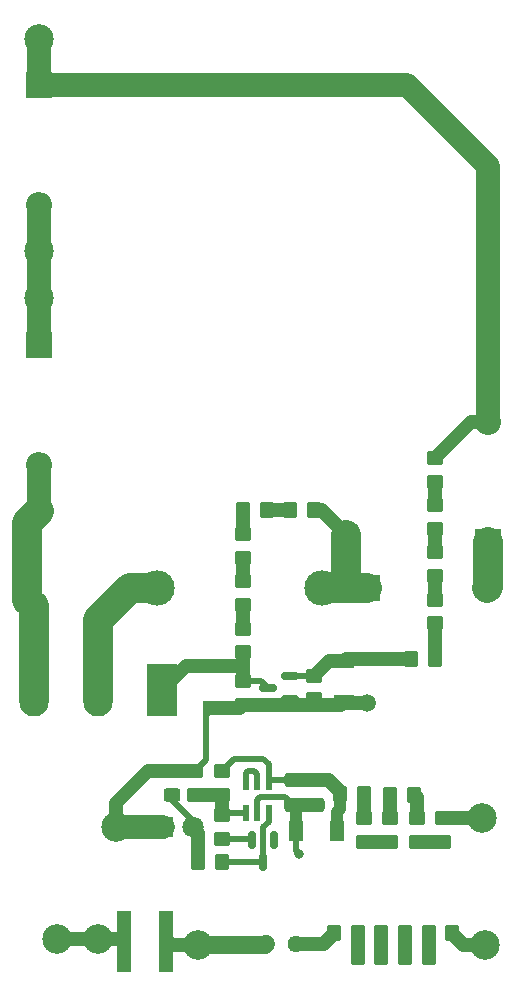
<source format=gbr>
%TF.GenerationSoftware,KiCad,Pcbnew,(6.0.2)*%
%TF.CreationDate,2022-08-02T15:31:11+02:00*%
%TF.ProjectId,hv_discharge_v2c,68765f64-6973-4636-9861-7267655f7632,rev?*%
%TF.SameCoordinates,Original*%
%TF.FileFunction,Copper,L2,Bot*%
%TF.FilePolarity,Positive*%
%FSLAX46Y46*%
G04 Gerber Fmt 4.6, Leading zero omitted, Abs format (unit mm)*
G04 Created by KiCad (PCBNEW (6.0.2)) date 2022-08-02 15:31:11*
%MOMM*%
%LPD*%
G01*
G04 APERTURE LIST*
G04 Aperture macros list*
%AMRoundRect*
0 Rectangle with rounded corners*
0 $1 Rounding radius*
0 $2 $3 $4 $5 $6 $7 $8 $9 X,Y pos of 4 corners*
0 Add a 4 corners polygon primitive as box body*
4,1,4,$2,$3,$4,$5,$6,$7,$8,$9,$2,$3,0*
0 Add four circle primitives for the rounded corners*
1,1,$1+$1,$2,$3*
1,1,$1+$1,$4,$5*
1,1,$1+$1,$6,$7*
1,1,$1+$1,$8,$9*
0 Add four rect primitives between the rounded corners*
20,1,$1+$1,$2,$3,$4,$5,0*
20,1,$1+$1,$4,$5,$6,$7,0*
20,1,$1+$1,$6,$7,$8,$9,0*
20,1,$1+$1,$8,$9,$2,$3,0*%
G04 Aperture macros list end*
%TA.AperFunction,ComponentPad*%
%ADD10C,2.500000*%
%TD*%
%TA.AperFunction,ComponentPad*%
%ADD11R,2.200000X2.200000*%
%TD*%
%TA.AperFunction,ComponentPad*%
%ADD12O,2.200000X2.200000*%
%TD*%
%TA.AperFunction,ComponentPad*%
%ADD13R,1.800000X1.800000*%
%TD*%
%TA.AperFunction,ComponentPad*%
%ADD14C,1.800000*%
%TD*%
%TA.AperFunction,ComponentPad*%
%ADD15R,2.500000X4.500000*%
%TD*%
%TA.AperFunction,ComponentPad*%
%ADD16O,2.500000X4.500000*%
%TD*%
%TA.AperFunction,ComponentPad*%
%ADD17O,3.000000X3.000000*%
%TD*%
%TA.AperFunction,ComponentPad*%
%ADD18C,1.440000*%
%TD*%
%TA.AperFunction,SMDPad,CuDef*%
%ADD19RoundRect,0.250000X-0.450000X0.350000X-0.450000X-0.350000X0.450000X-0.350000X0.450000X0.350000X0*%
%TD*%
%TA.AperFunction,SMDPad,CuDef*%
%ADD20RoundRect,0.250000X0.450000X-0.350000X0.450000X0.350000X-0.450000X0.350000X-0.450000X-0.350000X0*%
%TD*%
%TA.AperFunction,SMDPad,CuDef*%
%ADD21R,1.300000X1.700000*%
%TD*%
%TA.AperFunction,SMDPad,CuDef*%
%ADD22RoundRect,0.250000X0.350000X0.450000X-0.350000X0.450000X-0.350000X-0.450000X0.350000X-0.450000X0*%
%TD*%
%TA.AperFunction,SMDPad,CuDef*%
%ADD23R,1.700000X1.300000*%
%TD*%
%TA.AperFunction,SMDPad,CuDef*%
%ADD24RoundRect,0.250000X-0.475000X0.337500X-0.475000X-0.337500X0.475000X-0.337500X0.475000X0.337500X0*%
%TD*%
%TA.AperFunction,SMDPad,CuDef*%
%ADD25RoundRect,0.150000X0.587500X0.150000X-0.587500X0.150000X-0.587500X-0.150000X0.587500X-0.150000X0*%
%TD*%
%TA.AperFunction,SMDPad,CuDef*%
%ADD26R,0.558800X1.320800*%
%TD*%
%TA.AperFunction,SMDPad,CuDef*%
%ADD27RoundRect,0.250000X-0.350000X-0.450000X0.350000X-0.450000X0.350000X0.450000X-0.350000X0.450000X0*%
%TD*%
%TA.AperFunction,SMDPad,CuDef*%
%ADD28RoundRect,0.250000X-0.450000X0.325000X-0.450000X-0.325000X0.450000X-0.325000X0.450000X0.325000X0*%
%TD*%
%TA.AperFunction,SMDPad,CuDef*%
%ADD29RoundRect,0.150000X-0.150000X0.587500X-0.150000X-0.587500X0.150000X-0.587500X0.150000X0.587500X0*%
%TD*%
%TA.AperFunction,ViaPad*%
%ADD30C,1.500000*%
%TD*%
%TA.AperFunction,ViaPad*%
%ADD31C,0.800000*%
%TD*%
%TA.AperFunction,Conductor*%
%ADD32C,2.500000*%
%TD*%
%TA.AperFunction,Conductor*%
%ADD33C,0.500000*%
%TD*%
%TA.AperFunction,Conductor*%
%ADD34C,1.000000*%
%TD*%
%TA.AperFunction,Conductor*%
%ADD35C,1.200000*%
%TD*%
%TA.AperFunction,Conductor*%
%ADD36C,2.000000*%
%TD*%
%TA.AperFunction,Conductor*%
%ADD37C,1.500000*%
%TD*%
G04 APERTURE END LIST*
D10*
%TO.P,J3,1,Pin_1*%
%TO.N,/Sup+*%
X105000000Y-105000000D03*
%TD*%
%TO.P,J6,1,Pin_1*%
%TO.N,/Sup-*%
X104000000Y-152500000D03*
%TD*%
D11*
%TO.P,D4,1,K*%
%TO.N,Net-(D4-Pad1)*%
X143000000Y-147580000D03*
D12*
%TO.P,D4,2,A*%
%TO.N,/Sup+*%
X143000000Y-137420000D03*
%TD*%
D10*
%TO.P,J1,1,Pin_1*%
%TO.N,/Sup_mid*%
X105000000Y-123000000D03*
%TD*%
D11*
%TO.P,D2,1,K*%
%TO.N,/Sup_mid*%
X105000000Y-130920000D03*
D12*
%TO.P,D2,2,A*%
%TO.N,/Sup-*%
X105000000Y-141080000D03*
%TD*%
D13*
%TO.P,D12,1,K*%
%TO.N,/Sup-*%
X115475000Y-171750000D03*
D14*
%TO.P,D12,2,A*%
%TO.N,Net-(D11-Pad2)*%
X118015000Y-171750000D03*
%TD*%
D10*
%TO.P,J12,1,Pin_1*%
%TO.N,/OUT+*%
X142735000Y-181700000D03*
%TD*%
D15*
%TO.P,Q2,1,G*%
%TO.N,/Gate_SiC*%
X115450000Y-160180000D03*
D16*
%TO.P,Q2,2,D*%
%TO.N,/SiC_drain*%
X110000000Y-160180000D03*
%TO.P,Q2,3,S*%
%TO.N,/Sup-*%
X104550000Y-160180000D03*
%TD*%
D17*
%TO.P,R14,2*%
%TO.N,/SiC_drain*%
X115000000Y-151500000D03*
%TD*%
D10*
%TO.P,J2,1,Pin_1*%
%TO.N,/Sup_mid*%
X105000000Y-127000000D03*
%TD*%
%TO.P,J5,1,Pin_1*%
%TO.N,/OUT+*%
X131000000Y-147000000D03*
%TD*%
%TO.P,J11,1,Pin_1*%
%TO.N,/Sup-*%
X106500000Y-181200000D03*
%TD*%
D11*
%TO.P,D6,1,K*%
%TO.N,/OUT+*%
X132750000Y-151500000D03*
D12*
%TO.P,D6,2,A*%
%TO.N,Net-(D4-Pad1)*%
X142910000Y-151500000D03*
%TD*%
D10*
%TO.P,J7,1,Pin_1*%
%TO.N,/Sup-*%
X110000000Y-181200000D03*
%TD*%
D11*
%TO.P,D1,1,K*%
%TO.N,/Sup+*%
X105000000Y-108920000D03*
D12*
%TO.P,D1,2,A*%
%TO.N,/Sup_mid*%
X105000000Y-119080000D03*
%TD*%
D10*
%TO.P,J4,1,Pin_1*%
%TO.N,/Sup-*%
X105000000Y-145000000D03*
%TD*%
%TO.P,J8,1,Pin_1*%
%TO.N,/M*%
X118500000Y-181700000D03*
%TD*%
D18*
%TO.P,RV1,1,1*%
%TO.N,Net-(R19-Pad2)*%
X126775000Y-181625000D03*
%TO.P,RV1,2,2*%
%TO.N,/M*%
X124235000Y-181625000D03*
%TO.P,RV1,3,3*%
X121695000Y-181625000D03*
%TD*%
D10*
%TO.P,J9,1,Pin_1*%
%TO.N,/OUT+*%
X142500000Y-171000000D03*
%TD*%
%TO.P,J10,1,Pin_1*%
%TO.N,/Sup-*%
X111500000Y-171750000D03*
%TD*%
D19*
%TO.P,R27,1*%
%TO.N,/Sup-*%
X118250000Y-167000000D03*
%TO.P,R27,2*%
%TO.N,/IN+*%
X118250000Y-169000000D03*
%TD*%
D20*
%TO.P,R24,1*%
%TO.N,Net-(R23-Pad2)*%
X132500000Y-173000000D03*
%TO.P,R24,2*%
%TO.N,Net-(R24-Pad2)*%
X132500000Y-171000000D03*
%TD*%
D21*
%TO.P,D8,1,K*%
%TO.N,/M*%
X115750000Y-183200000D03*
%TO.P,D8,2,A*%
%TO.N,/Sup-*%
X112250000Y-183200000D03*
%TD*%
D20*
%TO.P,R26,1*%
%TO.N,/IN+*%
X120500000Y-169000000D03*
%TO.P,R26,2*%
%TO.N,/Vdd*%
X120500000Y-167000000D03*
%TD*%
D22*
%TO.P,R17,1*%
%TO.N,Net-(R16-Pad2)*%
X136000000Y-180750000D03*
%TO.P,R17,2*%
%TO.N,Net-(R17-Pad2)*%
X134000000Y-180750000D03*
%TD*%
D23*
%TO.P,D3,1,K*%
%TO.N,/Gate_pre*%
X130806250Y-157700000D03*
%TO.P,D3,2,A*%
%TO.N,/Sup-*%
X130806250Y-161200000D03*
%TD*%
D19*
%TO.P,R23,1*%
%TO.N,Net-(R22-Pad2)*%
X134750000Y-171000000D03*
%TO.P,R23,2*%
%TO.N,Net-(R23-Pad2)*%
X134750000Y-173000000D03*
%TD*%
D20*
%TO.P,R4,1*%
%TO.N,Net-(R4-Pad1)*%
X138500000Y-150500000D03*
%TO.P,R4,2*%
%TO.N,Net-(R3-Pad1)*%
X138500000Y-148500000D03*
%TD*%
D24*
%TO.P,C2,1*%
%TO.N,/Vdd*%
X128500000Y-167800000D03*
%TO.P,C2,2*%
%TO.N,/Sup-*%
X128500000Y-169875000D03*
%TD*%
D23*
%TO.P,D5,1,K*%
%TO.N,/Gate_SiC*%
X119743750Y-158150000D03*
%TO.P,D5,2,A*%
%TO.N,/Sup-*%
X119743750Y-161650000D03*
%TD*%
D20*
%TO.P,R5,1*%
%TO.N,Net-(R5-Pad1)*%
X138500000Y-154500000D03*
%TO.P,R5,2*%
%TO.N,Net-(R4-Pad1)*%
X138500000Y-152500000D03*
%TD*%
D25*
%TO.P,Q1,1,G*%
%TO.N,/Gate_pre*%
X126243750Y-159000000D03*
%TO.P,Q1,2,S*%
%TO.N,/Sup-*%
X126243750Y-160900000D03*
%TO.P,Q1,3,D*%
%TO.N,/Gate_SiC*%
X124368750Y-159950000D03*
%TD*%
D21*
%TO.P,D7,1,K*%
%TO.N,/Sup-*%
X112250000Y-179700000D03*
%TO.P,D7,2,A*%
%TO.N,/M*%
X115750000Y-179700000D03*
%TD*%
D20*
%TO.P,R1,1*%
%TO.N,/Sup-*%
X128306250Y-160950000D03*
%TO.P,R1,2*%
%TO.N,/Gate_pre*%
X128306250Y-158950000D03*
%TD*%
D22*
%TO.P,R22,1*%
%TO.N,Net-(R21-Pad2)*%
X136750000Y-169000000D03*
%TO.P,R22,2*%
%TO.N,Net-(R22-Pad2)*%
X134750000Y-169000000D03*
%TD*%
D26*
%TO.P,U1,1,OUT*%
%TO.N,/OUT*%
X124450001Y-170545400D03*
%TO.P,U1,2,VSS*%
%TO.N,/Sup-*%
X123500000Y-170545400D03*
%TO.P,U1,3,IN+*%
%TO.N,/IN+*%
X122549999Y-170545400D03*
%TO.P,U1,4,IN-*%
%TO.N,/Vref*%
X122549999Y-167954600D03*
%TO.P,U1,5,VREF*%
X123500000Y-167954600D03*
%TO.P,U1,6,VDD*%
%TO.N,/Vdd*%
X124450001Y-167954600D03*
%TD*%
D17*
%TO.P,R13,2*%
%TO.N,/OUT+*%
X129000000Y-151500000D03*
%TD*%
D27*
%TO.P,R6,1*%
%TO.N,/Gate_pre*%
X136500000Y-157500000D03*
%TO.P,R6,2*%
%TO.N,Net-(R5-Pad1)*%
X138500000Y-157500000D03*
%TD*%
D22*
%TO.P,R15,1*%
%TO.N,/OUT+*%
X140000000Y-180750000D03*
%TO.P,R15,2*%
%TO.N,Net-(R15-Pad2)*%
X138000000Y-180750000D03*
%TD*%
D20*
%TO.P,R10,1*%
%TO.N,Net-(R10-Pad1)*%
X122306250Y-152950000D03*
%TO.P,R10,2*%
%TO.N,Net-(R10-Pad2)*%
X122306250Y-150950000D03*
%TD*%
D24*
%TO.P,C1,1*%
%TO.N,/Vdd*%
X126500000Y-167800000D03*
%TO.P,C1,2*%
%TO.N,/Sup-*%
X126500000Y-169875000D03*
%TD*%
D20*
%TO.P,R12,1*%
%TO.N,/Sup-*%
X122243750Y-161400000D03*
%TO.P,R12,2*%
%TO.N,/Gate_SiC*%
X122243750Y-159400000D03*
%TD*%
D22*
%TO.P,R29,1*%
%TO.N,/OUT*%
X120500000Y-174750000D03*
%TO.P,R29,2*%
%TO.N,Net-(D11-Pad2)*%
X118500000Y-174750000D03*
%TD*%
D19*
%TO.P,R20,1*%
%TO.N,/OUT+*%
X139250000Y-171000000D03*
%TO.P,R20,2*%
%TO.N,Net-(R20-Pad2)*%
X139250000Y-173000000D03*
%TD*%
D22*
%TO.P,R16,1*%
%TO.N,Net-(R15-Pad2)*%
X138000000Y-182750000D03*
%TO.P,R16,2*%
%TO.N,Net-(R16-Pad2)*%
X136000000Y-182750000D03*
%TD*%
D27*
%TO.P,R8,1*%
%TO.N,Net-(R8-Pad1)*%
X122306250Y-144950000D03*
%TO.P,R8,2*%
%TO.N,Net-(R7-Pad1)*%
X124306250Y-144950000D03*
%TD*%
D22*
%TO.P,R19,1*%
%TO.N,Net-(R18-Pad2)*%
X132000000Y-180750000D03*
%TO.P,R19,2*%
%TO.N,Net-(R19-Pad2)*%
X130000000Y-180750000D03*
%TD*%
D21*
%TO.P,D9,1,K*%
%TO.N,/Vdd*%
X130250000Y-172125000D03*
%TO.P,D9,2,A*%
%TO.N,/Sup-*%
X126750000Y-172125000D03*
%TD*%
D28*
%TO.P,D11,1,K*%
%TO.N,/Sup-*%
X116250000Y-166975000D03*
%TO.P,D11,2,A*%
%TO.N,Net-(D11-Pad2)*%
X116250000Y-169025000D03*
%TD*%
D22*
%TO.P,R18,1*%
%TO.N,Net-(R17-Pad2)*%
X134000000Y-182750000D03*
%TO.P,R18,2*%
%TO.N,Net-(R18-Pad2)*%
X132000000Y-182750000D03*
%TD*%
D27*
%TO.P,R7,1*%
%TO.N,Net-(R7-Pad1)*%
X126306250Y-144950000D03*
%TO.P,R7,2*%
%TO.N,/OUT+*%
X128306250Y-144950000D03*
%TD*%
D20*
%TO.P,R21,1*%
%TO.N,Net-(R20-Pad2)*%
X137000000Y-173000000D03*
%TO.P,R21,2*%
%TO.N,Net-(R21-Pad2)*%
X137000000Y-171000000D03*
%TD*%
D22*
%TO.P,R25,1*%
%TO.N,Net-(R24-Pad2)*%
X132500000Y-168950000D03*
%TO.P,R25,2*%
%TO.N,/Vdd*%
X130500000Y-168950000D03*
%TD*%
D20*
%TO.P,R28,1*%
%TO.N,Net-(R28-Pad1)*%
X120500000Y-172750000D03*
%TO.P,R28,2*%
%TO.N,/IN+*%
X120500000Y-170750000D03*
%TD*%
%TO.P,R2,1*%
%TO.N,Net-(R2-Pad1)*%
X138500000Y-142500000D03*
%TO.P,R2,2*%
%TO.N,/Sup+*%
X138500000Y-140500000D03*
%TD*%
%TO.P,R11,1*%
%TO.N,/Gate_SiC*%
X122306250Y-156950000D03*
%TO.P,R11,2*%
%TO.N,Net-(R10-Pad1)*%
X122306250Y-154950000D03*
%TD*%
%TO.P,R9,1*%
%TO.N,Net-(R10-Pad2)*%
X122306250Y-148950000D03*
%TO.P,R9,2*%
%TO.N,Net-(R8-Pad1)*%
X122306250Y-146950000D03*
%TD*%
%TO.P,R3,1*%
%TO.N,Net-(R3-Pad1)*%
X138500000Y-146500000D03*
%TO.P,R3,2*%
%TO.N,Net-(R2-Pad1)*%
X138500000Y-144500000D03*
%TD*%
D29*
%TO.P,D10,1,A*%
%TO.N,Net-(R28-Pad1)*%
X123050000Y-172812500D03*
%TO.P,D10,2,NC*%
%TO.N,unconnected-(D10-Pad2)*%
X124950000Y-172812500D03*
%TO.P,D10,3,K*%
%TO.N,/OUT*%
X124000000Y-174687500D03*
%TD*%
D30*
%TO.N,/Sup-*%
X132750000Y-161250000D03*
D31*
X127000000Y-174000000D03*
%TD*%
D32*
%TO.N,Net-(D4-Pad1)*%
X143000000Y-147580000D02*
X143000000Y-151410000D01*
X143000000Y-151410000D02*
X142910000Y-151500000D01*
D33*
%TO.N,/Vdd*%
X124450001Y-166450001D02*
X124000000Y-166000000D01*
D34*
X130250000Y-170500000D02*
X130500000Y-170250000D01*
D33*
X124604601Y-167800000D02*
X124450001Y-167954600D01*
X124000000Y-166000000D02*
X121500000Y-166000000D01*
D34*
X130250000Y-172125000D02*
X130250000Y-170500000D01*
D33*
X121500000Y-166000000D02*
X120500000Y-167000000D01*
X124450001Y-167954600D02*
X124450001Y-166450001D01*
D35*
X129550000Y-167800000D02*
X126500000Y-167800000D01*
D34*
X130500000Y-168950000D02*
X130500000Y-170250000D01*
D35*
X130500000Y-168950000D02*
X130500000Y-168750000D01*
X130500000Y-168750000D02*
X129550000Y-167800000D01*
D33*
X126500000Y-167800000D02*
X124604601Y-167800000D01*
%TO.N,Net-(D11-Pad2)*%
X118015000Y-171265000D02*
X118015000Y-171750000D01*
D35*
X118500000Y-172235000D02*
X118015000Y-171750000D01*
D33*
X116250000Y-169500000D02*
X118015000Y-171265000D01*
X116250000Y-169025000D02*
X116250000Y-169500000D01*
D35*
X118500000Y-174750000D02*
X118500000Y-172235000D01*
%TO.N,/IN+*%
X118250000Y-169000000D02*
X120500000Y-169000000D01*
D33*
X122549999Y-170545400D02*
X120704600Y-170545400D01*
X120704600Y-170545400D02*
X120500000Y-170750000D01*
D35*
X120500000Y-169000000D02*
X120500000Y-170750000D01*
D33*
%TO.N,/Vref*%
X122549999Y-167954600D02*
X122549999Y-167200001D01*
X123250000Y-167000000D02*
X123500000Y-167250000D01*
X122549999Y-167200001D02*
X122750000Y-167000000D01*
X123500000Y-167250000D02*
X123500000Y-167954600D01*
X122750000Y-167000000D02*
X123250000Y-167000000D01*
D36*
%TO.N,/Sup+*%
X136170000Y-108920000D02*
X143000000Y-115750000D01*
X105000000Y-105000000D02*
X105000000Y-108920000D01*
D35*
X141580000Y-137420000D02*
X143000000Y-137420000D01*
X138500000Y-140500000D02*
X141580000Y-137420000D01*
D36*
X105000000Y-108920000D02*
X136170000Y-108920000D01*
X143000000Y-115750000D02*
X143000000Y-137420000D01*
%TO.N,/Sup_mid*%
X105000000Y-119080000D02*
X105000000Y-130920000D01*
D35*
%TO.N,/Sup-*%
X130856250Y-161250000D02*
X130806250Y-161200000D01*
X118250000Y-167000000D02*
X116275000Y-167000000D01*
X132750000Y-161250000D02*
X130856250Y-161250000D01*
X114275000Y-166975000D02*
X116250000Y-166975000D01*
X110000000Y-181200000D02*
X111950000Y-181200000D01*
D33*
X119743750Y-161656250D02*
X119150479Y-162249521D01*
D35*
X111500000Y-171750000D02*
X111500000Y-169750000D01*
D32*
X104000000Y-152500000D02*
X104000000Y-146000000D01*
D34*
X126750000Y-172125000D02*
X126750000Y-170125000D01*
D35*
X130606250Y-161400000D02*
X130806250Y-161200000D01*
X119743750Y-161650000D02*
X121993750Y-161650000D01*
D36*
X115475000Y-171750000D02*
X111500000Y-171750000D01*
D33*
X126750000Y-173750000D02*
X127000000Y-174000000D01*
D32*
X104000000Y-146000000D02*
X105000000Y-145000000D01*
D33*
X125875000Y-169250000D02*
X126500000Y-169875000D01*
X123750000Y-169250000D02*
X125875000Y-169250000D01*
D32*
X104550000Y-153050000D02*
X104000000Y-152500000D01*
D33*
X119150479Y-166099521D02*
X118250000Y-167000000D01*
D34*
X126750000Y-170125000D02*
X126500000Y-169875000D01*
D35*
X122243750Y-161400000D02*
X130606250Y-161400000D01*
X112250000Y-179700000D02*
X112250000Y-181500000D01*
D33*
X119150479Y-162249521D02*
X119150479Y-166099521D01*
X119743750Y-161650000D02*
X119743750Y-161656250D01*
D32*
X104550000Y-160180000D02*
X104550000Y-153050000D01*
D35*
X111950000Y-181200000D02*
X112250000Y-181500000D01*
D36*
X105000000Y-141080000D02*
X105000000Y-145000000D01*
D33*
X126750000Y-172125000D02*
X126750000Y-173750000D01*
X123500000Y-169500000D02*
X123750000Y-169250000D01*
D35*
X116275000Y-167000000D02*
X116250000Y-166975000D01*
X121993750Y-161650000D02*
X122243750Y-161400000D01*
X111500000Y-169750000D02*
X114275000Y-166975000D01*
D33*
X123500000Y-170545400D02*
X123500000Y-169500000D01*
D35*
X106500000Y-181200000D02*
X110000000Y-181200000D01*
X112250000Y-181500000D02*
X112250000Y-183200000D01*
X128500000Y-169875000D02*
X126500000Y-169875000D01*
%TO.N,/Gate_pre*%
X129556250Y-157700000D02*
X128306250Y-158950000D01*
D33*
X128256250Y-159000000D02*
X128306250Y-158950000D01*
D35*
X131006250Y-157500000D02*
X130806250Y-157700000D01*
D33*
X126243750Y-159000000D02*
X128256250Y-159000000D01*
D35*
X136500000Y-157500000D02*
X131006250Y-157500000D01*
X130806250Y-157700000D02*
X129556250Y-157700000D01*
D33*
%TO.N,/Gate_SiC*%
X122243750Y-159400000D02*
X123818750Y-159400000D01*
D35*
X122231250Y-158150000D02*
X122243750Y-158137500D01*
X122243750Y-157012500D02*
X122306250Y-156950000D01*
X117480000Y-158150000D02*
X115450000Y-160180000D01*
D33*
X123818750Y-159400000D02*
X124368750Y-159950000D01*
D35*
X119743750Y-158150000D02*
X122231250Y-158150000D01*
X122243750Y-159400000D02*
X122243750Y-158137500D01*
X122243750Y-158137500D02*
X122243750Y-157012500D01*
X119743750Y-158150000D02*
X117480000Y-158150000D01*
%TO.N,/OUT+*%
X140950000Y-181700000D02*
X140000000Y-180750000D01*
D32*
X131000000Y-147000000D02*
X131000000Y-151250000D01*
X131000000Y-151250000D02*
X131250000Y-151500000D01*
D35*
X142735000Y-181700000D02*
X140950000Y-181700000D01*
X128306250Y-144950000D02*
X128950000Y-144950000D01*
D32*
X131250000Y-151500000D02*
X132750000Y-151500000D01*
D35*
X142500000Y-171000000D02*
X139250000Y-171000000D01*
D32*
X129000000Y-151500000D02*
X131250000Y-151500000D01*
D35*
X128950000Y-144950000D02*
X131000000Y-147000000D01*
%TO.N,/M*%
X116200000Y-181700000D02*
X118500000Y-181700000D01*
X115750000Y-181250000D02*
X115750000Y-179700000D01*
X115750000Y-181250000D02*
X116200000Y-181700000D01*
D37*
X118500000Y-181700000D02*
X124160000Y-181700000D01*
D35*
X115750000Y-183200000D02*
X115750000Y-181250000D01*
D37*
X124160000Y-181700000D02*
X124235000Y-181625000D01*
D32*
%TO.N,/SiC_drain*%
X112750000Y-151500000D02*
X115000000Y-151500000D01*
X110000000Y-160180000D02*
X110000000Y-154250000D01*
X110000000Y-154250000D02*
X112750000Y-151500000D01*
D35*
%TO.N,Net-(R2-Pad1)*%
X138500000Y-144500000D02*
X138500000Y-142500000D01*
%TO.N,Net-(R3-Pad1)*%
X138500000Y-146500000D02*
X138500000Y-148500000D01*
%TO.N,Net-(R19-Pad2)*%
X126775000Y-181625000D02*
X129125000Y-181625000D01*
X129125000Y-181625000D02*
X130000000Y-180750000D01*
%TO.N,Net-(R4-Pad1)*%
X138500000Y-150500000D02*
X138500000Y-152500000D01*
%TO.N,Net-(R5-Pad1)*%
X138500000Y-154500000D02*
X138500000Y-157500000D01*
%TO.N,Net-(R7-Pad1)*%
X124306250Y-144950000D02*
X126306250Y-144950000D01*
%TO.N,Net-(R8-Pad1)*%
X122306250Y-146950000D02*
X122306250Y-144950000D01*
%TO.N,Net-(R10-Pad2)*%
X122306250Y-150950000D02*
X122306250Y-148950000D01*
%TO.N,Net-(R10-Pad1)*%
X122306250Y-154950000D02*
X122306250Y-152950000D01*
%TO.N,Net-(R15-Pad2)*%
X138000000Y-182750000D02*
X138000000Y-180750000D01*
%TO.N,Net-(R16-Pad2)*%
X136000000Y-182750000D02*
X136000000Y-180750000D01*
%TO.N,Net-(R17-Pad2)*%
X134000000Y-182750000D02*
X134000000Y-180750000D01*
%TO.N,Net-(R18-Pad2)*%
X132000000Y-182750000D02*
X132000000Y-180750000D01*
%TO.N,Net-(R20-Pad2)*%
X139250000Y-173000000D02*
X137000000Y-173000000D01*
%TO.N,Net-(R21-Pad2)*%
X137000000Y-171000000D02*
X137000000Y-169250000D01*
X137000000Y-169250000D02*
X136750000Y-169000000D01*
%TO.N,Net-(R22-Pad2)*%
X134750000Y-169000000D02*
X134750000Y-171000000D01*
%TO.N,Net-(R23-Pad2)*%
X134750000Y-173000000D02*
X132500000Y-173000000D01*
%TO.N,Net-(R24-Pad2)*%
X132500000Y-171000000D02*
X132500000Y-168950000D01*
D33*
%TO.N,Net-(R28-Pad1)*%
X122987500Y-172750000D02*
X123050000Y-172812500D01*
X120500000Y-172750000D02*
X122987500Y-172750000D01*
%TO.N,/OUT*%
X124000000Y-171750000D02*
X124000000Y-174687500D01*
X124450001Y-170545400D02*
X124450001Y-171299999D01*
X124450001Y-171299999D02*
X124000000Y-171750000D01*
X120500000Y-174750000D02*
X123937500Y-174750000D01*
X123937500Y-174750000D02*
X124000000Y-174687500D01*
%TD*%
M02*

</source>
